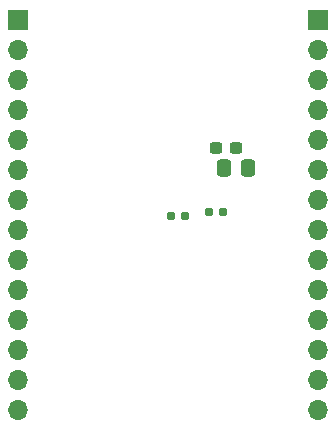
<source format=gbr>
%TF.GenerationSoftware,KiCad,Pcbnew,(6.0.0-0)*%
%TF.CreationDate,2022-01-12T16:50:33+09:00*%
%TF.ProjectId,ADAU1701-RPPico-module,41444155-3137-4303-912d-52505069636f,B*%
%TF.SameCoordinates,Original*%
%TF.FileFunction,Soldermask,Bot*%
%TF.FilePolarity,Negative*%
%FSLAX46Y46*%
G04 Gerber Fmt 4.6, Leading zero omitted, Abs format (unit mm)*
G04 Created by KiCad (PCBNEW (6.0.0-0)) date 2022-01-12 16:50:33*
%MOMM*%
%LPD*%
G01*
G04 APERTURE LIST*
G04 Aperture macros list*
%AMRoundRect*
0 Rectangle with rounded corners*
0 $1 Rounding radius*
0 $2 $3 $4 $5 $6 $7 $8 $9 X,Y pos of 4 corners*
0 Add a 4 corners polygon primitive as box body*
4,1,4,$2,$3,$4,$5,$6,$7,$8,$9,$2,$3,0*
0 Add four circle primitives for the rounded corners*
1,1,$1+$1,$2,$3*
1,1,$1+$1,$4,$5*
1,1,$1+$1,$6,$7*
1,1,$1+$1,$8,$9*
0 Add four rect primitives between the rounded corners*
20,1,$1+$1,$2,$3,$4,$5,0*
20,1,$1+$1,$4,$5,$6,$7,0*
20,1,$1+$1,$6,$7,$8,$9,0*
20,1,$1+$1,$8,$9,$2,$3,0*%
G04 Aperture macros list end*
%ADD10RoundRect,0.237500X0.300000X0.237500X-0.300000X0.237500X-0.300000X-0.237500X0.300000X-0.237500X0*%
%ADD11R,1.700000X1.700000*%
%ADD12O,1.700000X1.700000*%
%ADD13RoundRect,0.155000X0.212500X0.155000X-0.212500X0.155000X-0.212500X-0.155000X0.212500X-0.155000X0*%
%ADD14RoundRect,0.250000X0.337500X0.475000X-0.337500X0.475000X-0.337500X-0.475000X0.337500X-0.475000X0*%
G04 APERTURE END LIST*
D10*
%TO.C,C15*%
X142915000Y-69250000D03*
X141190000Y-69250000D03*
%TD*%
D11*
%TO.C,J2*%
X149860000Y-58420000D03*
D12*
X149860000Y-60960000D03*
X149860000Y-63500000D03*
X149860000Y-66040000D03*
X149860000Y-68580000D03*
X149860000Y-71120000D03*
X149860000Y-73660000D03*
X149860000Y-76200000D03*
X149860000Y-78740000D03*
X149860000Y-81280000D03*
X149860000Y-83820000D03*
X149860000Y-86360000D03*
X149860000Y-88900000D03*
X149860000Y-91440000D03*
%TD*%
D13*
%TO.C,C13*%
X138567500Y-75000000D03*
X137432500Y-75000000D03*
%TD*%
D14*
%TO.C,C17*%
X143945000Y-70990000D03*
X141870000Y-70990000D03*
%TD*%
D13*
%TO.C,C10*%
X141797500Y-74710000D03*
X140662500Y-74710000D03*
%TD*%
D11*
%TO.C,J1*%
X124460000Y-58420000D03*
D12*
X124460000Y-60960000D03*
X124460000Y-63500000D03*
X124460000Y-66040000D03*
X124460000Y-68580000D03*
X124460000Y-71120000D03*
X124460000Y-73660000D03*
X124460000Y-76200000D03*
X124460000Y-78740000D03*
X124460000Y-81280000D03*
X124460000Y-83820000D03*
X124460000Y-86360000D03*
X124460000Y-88900000D03*
X124460000Y-91440000D03*
%TD*%
M02*

</source>
